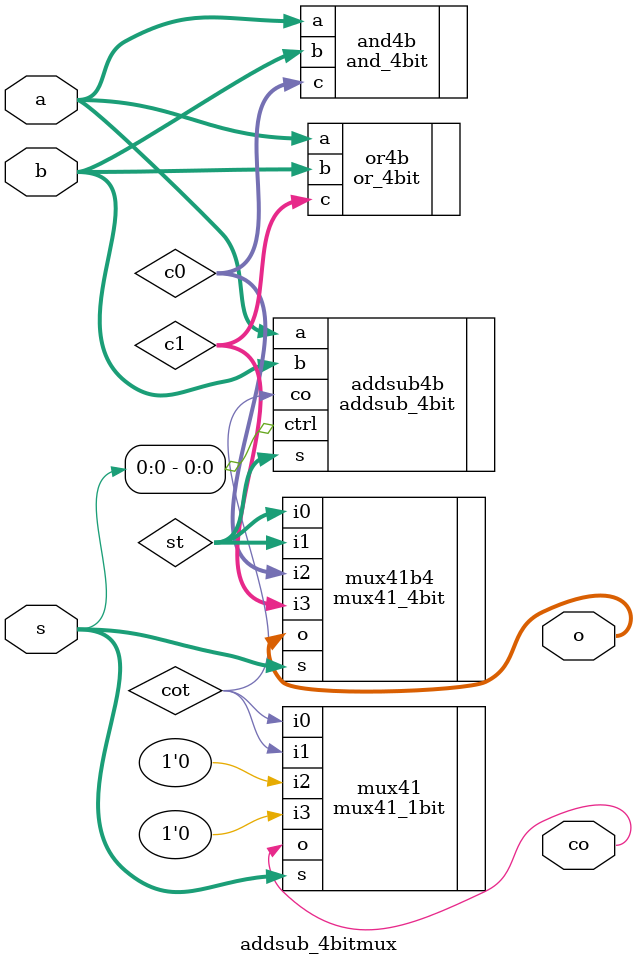
<source format=v>
`timescale 1ns / 1ps


module addsub_4bitmux(
    input [1:0] s,
    input [3:0] a, b,
    output [3:0]o,
    output co
    );
    // 声明数据线
    wire[3:0] st, c0, c1;
    wire cot;
    // 例化元件，并连接数据线
    addsub_4bit addsub4b(.a(a),.b(b),.ctrl(s[0]),.s(st),.co(cot));
    and_4bit and4b(.a(a),.b(b),.c(c0));
    or_4bit or4b(.a(a),.b(b),.c(c1));
    mux41_4bit mux41b4(.i0(st),.i1(st),.i2(c0),.i3(c1),.s(s),.o(o));
    mux41_1bit mux41(.i0(cot),.i1(cot),.i2(1'b0),.i3(1'b0),.s(s),.o(co));  
endmodule

</source>
